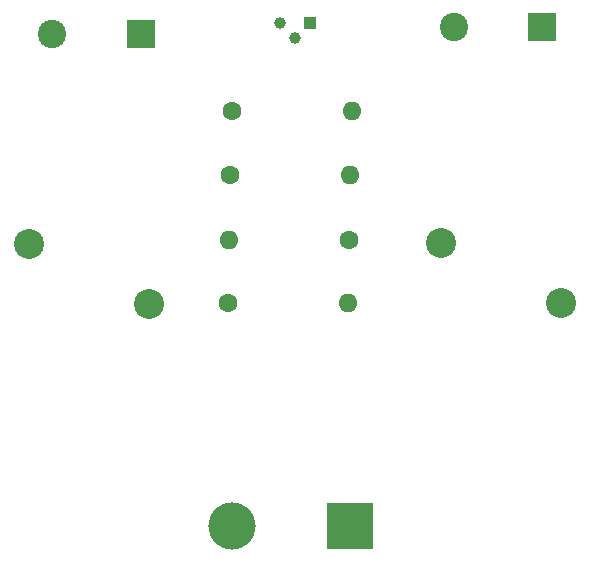
<source format=gbr>
G04 #@! TF.FileFunction,Copper,L2,Bot,Signal*
%FSLAX46Y46*%
G04 Gerber Fmt 4.6, Leading zero omitted, Abs format (unit mm)*
G04 Created by KiCad (PCBNEW 4.0.5) date 05/24/17 22:27:59*
%MOMM*%
%LPD*%
G01*
G04 APERTURE LIST*
%ADD10C,0.100000*%
%ADD11R,2.400000X2.400000*%
%ADD12C,2.400000*%
%ADD13R,4.000000X4.000000*%
%ADD14C,4.000000*%
%ADD15C,2.540000*%
%ADD16C,1.000000*%
%ADD17R,1.000000X1.000000*%
%ADD18C,1.600000*%
%ADD19O,1.600000X1.600000*%
G04 APERTURE END LIST*
D10*
D11*
X136179560Y-83566000D03*
D12*
X128679560Y-83566000D03*
D11*
X170166680Y-82966560D03*
D12*
X162666680Y-82966560D03*
D13*
X153903680Y-125216920D03*
D14*
X143903680Y-125216920D03*
D15*
X136865360Y-106415840D03*
X126705360Y-101335840D03*
X171719240Y-106319320D03*
X161559240Y-101239320D03*
D16*
X149255480Y-83936840D03*
X147985480Y-82666840D03*
D17*
X150525480Y-82666840D03*
D18*
X143510000Y-106299000D03*
D19*
X153670000Y-106299000D03*
D18*
X143891000Y-90114120D03*
D19*
X154051000Y-90114120D03*
D18*
X153776680Y-101020880D03*
D19*
X143616680Y-101020880D03*
D18*
X143692880Y-95463360D03*
D19*
X153852880Y-95463360D03*
M02*

</source>
